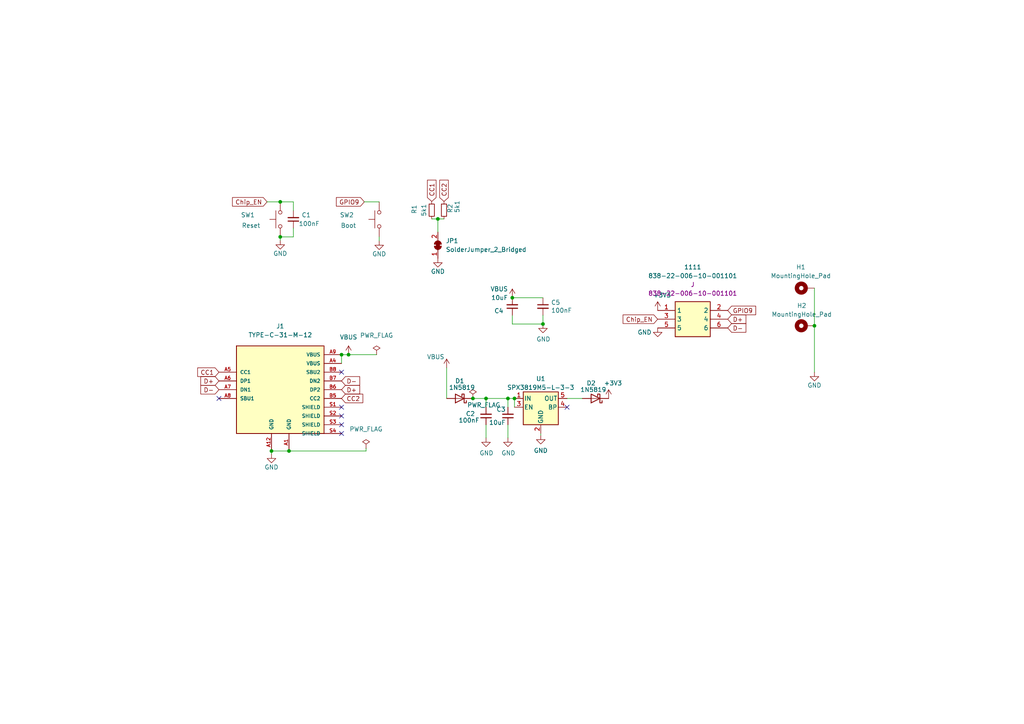
<source format=kicad_sch>
(kicad_sch (version 20211123) (generator eeschema)
  (paper "A4")
  (title_block (title "ConnectotBoard") (rev "V1.0"))
  (lib_symbols
    (symbol "838-22-006-10-001101:838-22-006-10-001101"
      (property "Value" "838-22-006-10-001101" (at 0 0 0))
      (property "Reference_1" "J" (at 16.51 7.62 0))
      (property "Value_1" "838-22-006-10-001101" (at 16.51 5.08 0))
      (symbol "838-22-006-10-001101_1_1"
        (rectangle (start 5.08 2.54) (end 15.24 -7.62) (stroke (width 0.254)) (fill (type background)))
        (pin passive line (at 0 0 0) (length 5.08) (name "1") (number "1"))
        (pin passive line (at 20.32 0 180) (length 5.08) (name "2") (number "2"))
        (pin passive line (at 0 -2.54 0) (length 5.08) (name "3") (number "3"))
        (pin passive line (at 20.32 -2.54 180) (length 5.08) (name "4") (number "4"))
        (pin passive line (at 0 -5.08 0) (length 5.08) (name "5") (number "5"))
        (pin passive line (at 20.32 -5.08 180) (length 5.08) (name "6") (number "6"))
      )
    )
    (symbol "Device:C_Small" (pin_numbers hide) (pin_names (offset 0.254) hide)
      (property "Reference" "C" (at 0.254 1.778 0))
      (property "Value" "C_Small" (at 0.254 -2.032 0))
      (symbol "C_Small_0_1"
        (polyline (pts (xy -1.524 -0.508) (xy 1.524 -0.508)) (stroke (width 0.3302)))
        (polyline (pts (xy -1.524 0.508) (xy 1.524 0.508)) (stroke (width 0.3048)))
      )
      (symbol "C_Small_1_1"
        (pin passive line (at 0 2.54 270) (length 2.032) (name "~") (number "1"))
        (pin passive line (at 0 -2.54 90) (length 2.032) (name "~") (number "2"))
      )
    )
    (symbol "Device:R_Small" (pin_numbers hide) (pin_names (offset 0.254) hide)
      (property "Reference" "R" (at 0.762 0.508 0))
      (property "Value" "R_Small" (at 0.762 -1.016 0))
      (symbol "R_Small_0_1"
        (rectangle (start -0.762 1.778) (end 0.762 -1.778) (stroke (width 0.2032)))
      )
      (symbol "R_Small_1_1"
        (pin passive line (at 0 2.54 270) (length 0.762) (name "~") (number "1"))
        (pin passive line (at 0 -2.54 90) (length 0.762) (name "~") (number "2"))
      )
    )
    (symbol "Diode:1N5819" (pin_numbers hide) (pin_names (offset 1.016) hide)
      (property "Reference" "D" (at 0 2.54 0))
      (property "Value" "1N5819" (at 0 -2.54 0))
      (symbol "1N5819_0_1"
        (polyline (pts (xy 1.27 0) (xy -1.27 0)))
        (polyline (pts (xy 1.27 1.27) (xy 1.27 -1.27) (xy -1.27 0) (xy 1.27 1.27)) (stroke (width 0.254)))
        (polyline (pts (xy -1.905 0.635) (xy -1.905 1.27) (xy -1.27 1.27) (xy -1.27 -1.27) (xy -0.635 -1.27) (xy -0.635 -0.635)) (stroke (width 0.254)))
      )
      (symbol "1N5819_1_1"
        (pin passive line (at -3.81 0 0) (length 2.54) (name "K") (number "1"))
        (pin passive line (at 3.81 0 180) (length 2.54) (name "A") (number "2"))
      )
    )
    (symbol "Jumper:SolderJumper_2_Bridged" (pin_names (offset 0) hide)
      (property "Reference" "JP" (at 0 2.032 0))
      (property "Value" "SolderJumper_2_Bridged" (at 0 -2.54 0))
      (symbol "SolderJumper_2_Bridged_0_1"
        (rectangle (start -0.508 0.508) (end 0.508 -0.508) (fill (type outline)))
        (arc (start -0.254 1.016) (mid -1.27 0) (end -0.254 -1.016))
        (arc (start -0.254 1.016) (mid -1.27 0) (end -0.254 -1.016) (fill (type outline)))
        (polyline (pts (xy -0.254 1.016) (xy -0.254 -1.016)))
        (polyline (pts (xy 0.254 1.016) (xy 0.254 -1.016)))
        (arc (start 0.254 -1.016) (mid 1.27 0) (end 0.254 1.016))
        (arc (start 0.254 -1.016) (mid 1.27 0) (end 0.254 1.016) (fill (type outline)))
      )
      (symbol "SolderJumper_2_Bridged_1_1"
        (pin passive line (at -3.81 0 0) (length 2.54) (name "A") (number "1"))
        (pin passive line (at 3.81 0 180) (length 2.54) (name "B") (number "2"))
      )
    )
    (symbol "Mechanical:MountingHole_Pad" (pin_numbers hide) (pin_names (offset 1.016) hide)
      (property "Reference" "H" (at 0 6.35 0))
      (property "Value" "MountingHole_Pad" (at 0 4.445 0))
      (symbol "MountingHole_Pad_0_1"
        (circle (center 0 1.27) (radius 1.27) (stroke (width 1.27)))
      )
      (symbol "MountingHole_Pad_1_1"
        (pin input line (at 0 -2.54 90) (length 2.54) (name "1") (number "1"))
      )
    )
    (symbol "Regulator_Linear:SPX3819M5-L-3-3" (pin_names (offset 0.254))
      (property "Reference" "U" (at -3.81 5.715 0))
      (property "Value" "SPX3819M5-L-3-3" (at 0 5.715 0))
      (symbol "SPX3819M5-L-3-3_0_1"
        (rectangle (start -5.08 4.445) (end 5.08 -5.08) (stroke (width 0.254)) (fill (type background)))
      )
      (symbol "SPX3819M5-L-3-3_1_1"
        (pin power_in line (at -7.62 2.54 0) (length 2.54) (name "IN") (number "1"))
        (pin power_in line (at 0 -7.62 90) (length 2.54) (name "GND") (number "2"))
        (pin input line (at -7.62 0 0) (length 2.54) (name "EN") (number "3"))
        (pin input line (at 7.62 0 180) (length 2.54) (name "BP") (number "4"))
        (pin power_out line (at 7.62 2.54 180) (length 2.54) (name "OUT") (number "5"))
      )
    )
    (symbol "Switch:SW_Push" (pin_numbers hide) (pin_names (offset 1.016) hide)
      (property "Reference" "SW" (at 1.27 2.54 0))
      (property "Value" "SW_Push" (at 0 -1.524 0))
      (symbol "SW_Push_0_1"
        (circle (center -2.032 0) (radius 0.508))
        (polyline (pts (xy 0 1.27) (xy 0 3.048)))
        (polyline (pts (xy 2.54 1.27) (xy -2.54 1.27)))
        (circle (center 2.032 0) (radius 0.508))
        (pin passive line (at -5.08 0 0) (length 2.54) (name "1") (number "1"))
        (pin passive line (at 5.08 0 180) (length 2.54) (name "2") (number "2"))
      )
    )
    (symbol "TYPE-C-31-M-12:TYPE-C-31-M-12" (pin_names (offset 1.016))
      (property "Reference" "J" (at -12.7 13.462 0))
      (property "Value" "TYPE-C-31-M-12" (at -5.08 15.24 0))
      (symbol "TYPE-C-31-M-12_0_0"
        (rectangle (start -12.7 -12.7) (end 12.7 12.7) (stroke (width 0.254)) (fill (type background)))
        (pin power_in line (at 2.54 -17.78 90) (length 5.08) (name "GND") (number "A1"))
        (pin power_in line (at -2.54 -17.78 90) (length 5.08) (name "GND") (number "A12"))
        (pin power_in line (at 17.78 7.62 180) (length 5.08) (name "VBUS") (number "A4"))
        (pin bidirectional line (at -17.78 5.08 0) (length 5.08) (name "CC1") (number "A5"))
        (pin bidirectional line (at -17.78 2.54 0) (length 5.08) (name "DP1") (number "A6"))
        (pin bidirectional line (at -17.78 0 0) (length 5.08) (name "DN1") (number "A7"))
        (pin bidirectional line (at -17.78 -2.54 0) (length 5.08) (name "SBU1") (number "A8"))
        (pin power_in line (at 17.78 10.16 180) (length 5.08) (name "VBUS") (number "A9"))
        (pin bidirectional line (at 17.78 -2.54 180) (length 5.08) (name "CC2") (number "B5"))
        (pin bidirectional line (at 17.78 0 180) (length 5.08) (name "DP2") (number "B6"))
        (pin bidirectional line (at 17.78 2.54 180) (length 5.08) (name "DN2") (number "B7"))
        (pin bidirectional line (at 17.78 5.08 180) (length 5.08) (name "SBU2") (number "B8"))
        (pin passive line (at 17.78 -5.08 180) (length 5.08) (name "SHIELD") (number "S1"))
        (pin passive line (at 17.78 -7.62 180) (length 5.08) (name "SHIELD") (number "S2"))
        (pin passive line (at 17.78 -10.16 180) (length 5.08) (name "SHIELD") (number "S3"))
        (pin passive line (at 17.78 -12.7 180) (length 5.08) (name "SHIELD") (number "S4"))
      )
    )
    (symbol "power:+3V3" (power) (pin_names (offset 0))
      (property "Value" "+3V3" (at 0 3.556 0))
      (symbol "+3V3_0_1"
        (polyline (pts (xy -0.762 1.27) (xy 0 2.54)))
        (polyline (pts (xy 0 0) (xy 0 2.54)))
        (polyline (pts (xy 0 2.54) (xy 0.762 1.27)))
      )
      (symbol "+3V3_1_1"
        (pin power_in line (at 0 0 90) (length 0) hide (name "+3V3") (number "1"))
      )
    )
    (symbol "power:GND" (power) (pin_names (offset 0))
      (property "Value" "GND" (at 0 -3.81 0))
      (symbol "GND_0_1"
        (polyline (pts (xy 0 0) (xy 0 -1.27) (xy 1.27 -1.27) (xy 0 -2.54) (xy -1.27 -1.27) (xy 0 -1.27)))
      )
      (symbol "GND_1_1"
        (pin power_in line (at 0 0 270) (length 0) hide (name "GND") (number "1"))
      )
    )
    (symbol "power:PWR_FLAG" (power) (pin_numbers hide) (pin_names (offset 0) hide)
      (property "Value" "PWR_FLAG" (at 0 3.81 0))
      (symbol "PWR_FLAG_0_0"
        (pin power_out line (at 0 0 90) (length 0) (name "pwr") (number "1"))
      )
      (symbol "PWR_FLAG_0_1"
        (polyline (pts (xy 0 0) (xy 0 1.27) (xy -1.016 1.905) (xy 0 2.54) (xy 1.016 1.905) (xy 0 1.27)))
      )
    )
    (symbol "power:VBUS" (power) (pin_names (offset 0))
      (property "Value" "VBUS" (at 0 3.81 0))
      (symbol "VBUS_0_1"
        (polyline (pts (xy -0.762 1.27) (xy 0 2.54)))
        (polyline (pts (xy 0 0) (xy 0 2.54)))
        (polyline (pts (xy 0 2.54) (xy 0.762 1.27)))
      )
      (symbol "VBUS_1_1"
        (pin power_in line (at 0 0 90) (length 0) hide (name "VBUS") (number "1"))
      )
    )
  )
  (junction (at 127 63.5))
  (junction (at 236.22 94.488))
  (junction (at 101.092 102.87))
  (junction (at 81.28 68.707))
  (junction (at 78.74 130.81))
  (junction (at 148.59 86.36))
  (junction (at 157.48 93.98))
  (junction (at 137.16 115.57))
  (junction (at 99.06 102.87))
  (junction (at 149.225 115.57))
  (junction (at 83.82 130.81))
  (junction (at 140.97 115.57))
  (junction (at 81.28 58.547))
  (junction (at 147.32 115.57))
  (no_connect (at 99.06 107.95))
  (no_connect (at 99.06 123.19))
  (no_connect (at 99.06 120.65))
  (no_connect (at 63.5 115.57))
  (no_connect (at 99.06 125.73))
  (no_connect (at 99.06 118.11))
  (no_connect (at 164.465 118.11))
  (wire (pts (xy 77.47 58.547) (xy 81.28 58.547)))
  (wire (pts (xy 164.465 115.57) (xy 168.91 115.57)))
  (wire (pts (xy 105.664 58.547) (xy 109.982 58.547)))
  (wire (pts (xy 140.97 127) (xy 140.97 123.19)))
  (wire (pts (xy 149.225 115.57) (xy 149.225 118.11)))
  (wire (pts (xy 127 63.5) (xy 128.778 63.5)))
  (wire (pts (xy 137.16 115.57) (xy 140.97 115.57)))
  (wire (pts (xy 140.97 115.57) (xy 140.97 118.11)))
  (wire (pts (xy 83.82 130.81) (xy 106.172 130.81)))
  (wire (pts (xy 156.845 125.73) (xy 156.845 126.238)))
  (wire (pts (xy 147.32 115.57) (xy 147.32 118.11)))
  (wire (pts (xy 127 63.5) (xy 127 67.31)))
  (wire (pts (xy 85.09 58.547) (xy 85.09 61.087)))
  (wire (pts (xy 140.97 115.57) (xy 147.32 115.57)))
  (wire (pts (xy 78.74 130.81) (xy 78.74 131.699)))
  (wire (pts (xy 85.09 68.707) (xy 81.28 68.707)))
  (wire (pts (xy 148.59 93.98) (xy 157.48 93.98)))
  (wire (pts (xy 78.74 130.81) (xy 83.82 130.81)))
  (wire (pts (xy 148.59 91.44) (xy 148.59 93.98)))
  (wire (pts (xy 106.172 130.81) (xy 106.172 130.048)))
  (wire (pts (xy 148.59 86.36) (xy 157.48 86.36)))
  (wire (pts (xy 157.48 91.44) (xy 157.48 93.98)))
  (wire (pts (xy 101.092 102.87) (xy 109.22 102.87)))
  (wire (pts (xy 81.28 68.707) (xy 81.28 69.723)))
  (wire (pts (xy 109.982 68.707) (xy 109.982 69.85)))
  (wire (pts (xy 99.06 102.87) (xy 101.092 102.87)))
  (wire (pts (xy 147.32 115.57) (xy 149.225 115.57)))
  (wire (pts (xy 129.54 106.68) (xy 129.54 115.57)))
  (wire (pts (xy 236.22 94.488) (xy 236.22 107.95)))
  (wire (pts (xy 85.09 66.167) (xy 85.09 68.707)))
  (wire (pts (xy 81.28 58.547) (xy 85.09 58.547)))
  (wire (pts (xy 99.06 102.87) (xy 99.06 105.41)))
  (wire (pts (xy 125.222 63.5) (xy 127 63.5)))
  (wire (pts (xy 236.22 83.566) (xy 236.22 94.488)))
  (wire (pts (xy 147.32 123.19) (xy 147.32 127)))
  (global_label "D-" (shape input) (at 211.074 95.123 0) (property "Intersheet References" "${INTERSHEET_REFS}" (effects hide)))
  (global_label "Chip_EN" (shape input) (at 77.47 58.547 180) (property "Intersheet References" "${INTERSHEET_REFS}" (effects hide)))
  (global_label "D-" (shape input) (at 99.06 110.49 0) (property "Intersheet References" "${INTERSHEET_REFS}" (effects hide)))
  (global_label "GPIO9" (shape input) (at 211.074 90.043 0) (property "Intersheet References" "${INTERSHEET_REFS}" (effects hide)))
  (global_label "Chip_EN" (shape input) (at 190.754 92.583 180) (property "Intersheet References" "${INTERSHEET_REFS}" (effects hide)))
  (global_label "CC1" (shape input) (at 63.5 107.95 180) (property "Intersheet References" "${INTERSHEET_REFS}" (effects hide)))
  (global_label "D+" (shape input) (at 99.06 113.03 0) (property "Intersheet References" "${INTERSHEET_REFS}" (effects hide)))
  (global_label "D+" (shape input) (at 63.5 110.49 180) (property "Intersheet References" "${INTERSHEET_REFS}" (effects hide)))
  (global_label "CC2" (shape input) (at 99.06 115.57 0) (property "Intersheet References" "${INTERSHEET_REFS}" (effects hide)))
  (global_label "D+" (shape input) (at 211.074 92.583 0) (property "Intersheet References" "${INTERSHEET_REFS}" (effects hide)))
  (global_label "CC1" (shape input) (at 125.222 58.42 90) (property "Intersheet References" "${INTERSHEET_REFS}" (effects hide)))
  (global_label "GPIO9" (shape input) (at 105.664 58.547 180) (property "Intersheet References" "${INTERSHEET_REFS}" (effects hide)))
  (global_label "CC2" (shape input) (at 128.778 58.42 90) (property "Intersheet References" "${INTERSHEET_REFS}" (effects hide)))
  (global_label "D-" (shape input) (at 63.5 113.03 180) (property "Intersheet References" "${INTERSHEET_REFS}" (effects hide)))
  (symbol (lib_id "Device:C_Small") (at 140.97 120.65 180) (unit 1)
    (property "Reference" "C2" (at 137.795 120.015 0) (effects (justify left)))
    (property "Value" "100nF" (at 139.065 121.92 0) (effects (justify left)))
    (property "Footprint" "Capacitor_SMD:C_0402_1005Metric" (effects hide))
    (property "LCSC Part #" "C1525" (effects hide))
  )
  (symbol (lib_id "power:PWR_FLAG") (at 137.16 115.57 0) (unit 1)
    (property "Reference" "#FLG03" (effects hide))
    (property "Value" "PWR_FLAG" (at 140.335 117.475 0))
  )
  (symbol (lib_id "Switch:SW_Push") (at 109.982 63.627 90) (unit 1)
    (property "Reference" "SW2" (at 98.552 62.357 90) (effects (justify right)))
    (property "Value" "Boot" (at 98.806 65.405 90) (effects (justify right)))
    (property "Footprint" "Button_Switch_THT:SW_PUSH_6mm" (effects hide))
  )
  (symbol (lib_id "Switch:SW_Push") (at 81.28 63.627 90) (unit 1)
    (property "Reference" "SW1" (at 69.85 62.357 90) (effects (justify right)))
    (property "Value" "Reset" (at 70.104 65.405 90) (effects (justify right)))
    (property "Footprint" "Button_Switch_THT:SW_PUSH_6mm" (effects hide))
  )
  (symbol (lib_id "Device:C_Small") (at 148.59 88.9 180) (unit 1)
    (property "Reference" "C4" (at 146.05 90.17 0) (effects (justify left)))
    (property "Value" "10uF" (at 147.32 86.36 0) (effects (justify left)))
    (property "Footprint" "Capacitor_SMD:C_0402_1005Metric" (effects hide))
    (property "LCSC Part #" "C15525" (effects hide))
  )
  (symbol (lib_id "power:GND") (at 127 74.93 0) (unit 1)
    (property "Reference" "#PWR06" (effects hide))
    (property "Value" "GND" (at 127 78.74 0))
  )
  (symbol (lib_id "Device:C_Small") (at 157.48 88.9 0) (unit 1)
    (property "Reference" "C5" (at 159.8168 87.7316 0) (effects (justify left)))
    (property "Value" "100nF" (at 159.8168 90.043 0) (effects (justify left)))
    (property "Footprint" "Capacitor_SMD:C_0402_1005Metric" (effects hide))
    (property "LCSC Part #" "C1525" (effects hide))
  )
  (symbol (lib_id "power:+3V3") (at 190.754 90.043 0) (unit 1)
    (property "Reference" "#PWR014" (effects hide))
    (property "Value" "+3V3" (at 192.024 85.598 0))
  )
  (symbol (lib_id "power:GND") (at 109.982 69.85 0) (unit 1)
    (property "Reference" "#PWR04" (effects hide))
    (property "Value" "GND" (at 109.982 73.66 0))
  )
  (symbol (lib_id "power:GND") (at 81.28 69.723 0) (unit 1)
    (property "Reference" "#PWR02" (effects hide))
    (property "Value" "GND" (at 81.28 73.533 0))
  )
  (symbol (lib_id "power:GND") (at 147.32 127 0) (unit 1)
    (property "Reference" "#PWR08" (effects hide))
    (property "Value" "GND" (at 147.447 131.3942 0))
  )
  (symbol (lib_id "power:VBUS") (at 129.54 106.68 0) (unit 1)
    (property "Reference" "#PWR05" (effects hide))
    (property "Value" "VBUS" (at 126.365 103.505 0))
  )
  (symbol (lib_id "Device:C_Small") (at 85.09 63.627 180) (unit 1)
    (property "Reference" "C1" (at 90.17 62.357 0) (effects (justify left)))
    (property "Value" "100nF" (at 92.71 64.897 0) (effects (justify left)))
    (property "Footprint" "Capacitor_SMD:C_0402_1005Metric" (effects hide))
    (property "LCSC Part #" "C1525" (effects hide))
  )
  (symbol (lib_id "power:GND") (at 140.97 127 0) (unit 1)
    (property "Reference" "#PWR07" (effects hide))
    (property "Value" "GND" (at 141.097 131.3942 0))
  )
  (symbol (lib_id "power:VBUS") (at 101.092 102.87 0) (unit 1)
    (property "Reference" "#PWR03" (effects hide))
    (property "Value" "VBUS" (at 101.092 97.79 0))
  )
  (symbol (lib_id "power:GND") (at 190.754 95.123 0) (unit 1)
    (property "Reference" "#PWR015" (effects hide))
    (property "Value" "GND" (at 186.944 96.393 0))
  )
  (symbol (lib_id "838-22-006-10-001101:838-22-006-10-001101") (at 190.754 90.043 0) (unit 1)
    (property "Reference" "1111" (at 200.914 77.47 0))
    (property "Value" "838-22-006-10-001101" (at 200.914 80.01 0))
    (property "Footprint" "SixPinTH:HDRV6W56P200_2X3_600X400X749P" (effects hide))
    (property "Reference_1" "J" (at 200.914 82.55 0))
    (property "Value_1" "838-22-006-10-001101" (at 200.914 85.09 0))
    (property "Footprint_1" "HDRV6W56P200_2X3_600X400X749P" (effects hide))
    (property "Datasheet_1" "https://www.mill-max.com/products/datasheet/sockets/838-22-006-10-001101" (effects hide))
    (property "Height" "7.49" (effects hide))
    (property "Mouser Part Number" "575-8382200610001101" (effects hide))
    (property "Mouser Price/Stock" "https://www.mouser.co.uk/ProductDetail/Mill-Max/838-22-006-10-001101?qs=rcV84j27mGu7T787UZaaSA%3D%3D" (effects hide))
    (property "Manufacturer_Name" "Mill-Max" (effects hide))
    (property "Manufacturer_Part_Number" "838-22-006-10-001101" (effects hide))
  )
  (symbol (lib_id "Mechanical:MountingHole_Pad") (at 233.68 83.566 90) (unit 1)
    (property "Reference" "H1" (at 232.283 77.47 90))
    (property "Value" "MountingHole_Pad" (at 232.283 80.01 90))
    (property "Footprint" "MountingHole:MountingHole_3.5mm_Pad_Via" (effects hide))
  )
  (symbol (lib_id "power:GND") (at 236.22 107.95 0) (unit 1)
    (property "Reference" "#PWR016" (effects hide))
    (property "Value" "GND" (at 236.22 111.76 0))
  )
  (symbol (lib_id "power:PWR_FLAG") (at 106.172 130.048 0) (unit 1)
    (property "Reference" "#FLG01" (effects hide))
    (property "Value" "PWR_FLAG" (at 106.172 124.46 0))
  )
  (symbol (lib_id "power:GND") (at 157.48 93.98 0) (unit 1)
    (property "Reference" "#PWR011" (effects hide))
    (property "Value" "GND" (at 157.607 98.3742 0))
  )
  (symbol (lib_id "Device:C_Small") (at 147.32 120.65 180) (unit 1)
    (property "Reference" "C3" (at 146.685 118.745 0) (effects (justify left)))
    (property "Value" "10uF" (at 146.685 122.555 0) (effects (justify left)))
    (property "Footprint" "Capacitor_SMD:C_0402_1005Metric" (effects hide))
    (property "LCSC Part #" "C15525" (effects hide))
  )
  (symbol (lib_id "Device:R_Small") (at 128.778 60.96 0) (unit 1)
    (property "Reference" "R2" (at 130.556 60.452 90))
    (property "Value" "5k1" (at 132.588 59.944 90))
    (property "Footprint" "Resistor_SMD:R_0402_1005Metric" (effects hide))
    (property "LCSC Part #" "C105872" (effects hide))
  )
  (symbol (lib_id "TYPE-C-31-M-12:TYPE-C-31-M-12") (at 81.28 113.03 0) (unit 1)
    (property "Reference" "J1" (at 81.28 94.615 0))
    (property "Value" "TYPE-C-31-M-12" (at 81.28 97.155 0))
    (property "Footprint" "USB-C-5A:HRO_TYPE-C-31-M-12" (effects hide))
    (property "PARTREV" "2020.12.08" (effects hide))
    (property "MANUFACTURER" "HRO Electronics Co., Ltd." (effects hide))
    (property "MAXIMUM_PACKAGE_HEIGHT" "3.26 mm" (effects hide))
    (property "SNAPEDA_PN" "TYPE-C-31-M-12" (effects hide))
    (property "STANDARD" "Manufacturer Recommendations" (effects hide))
    (property "LCSC Part #" "C165948" (effects hide))
  )
  (symbol (lib_id "power:VBUS") (at 148.59 86.36 0) (unit 1)
    (property "Reference" "#PWR09" (effects hide))
    (property "Value" "VBUS" (at 144.78 83.82 0))
  )
  (symbol (lib_id "Device:R_Small") (at 125.222 60.96 0) (unit 1)
    (property "Reference" "R1" (at 120.142 60.706 90))
    (property "Value" "5k1" (at 122.936 60.96 90))
    (property "Footprint" "Resistor_SMD:R_0402_1005Metric" (effects hide))
    (property "LCSC Part #" "C105872" (effects hide))
  )
  (symbol (lib_id "power:PWR_FLAG") (at 109.22 102.87 0) (unit 1)
    (property "Reference" "#FLG02" (effects hide))
    (property "Value" "PWR_FLAG" (at 109.22 97.282 0))
  )
  (symbol (lib_id "Diode:1N5819") (at 133.35 115.57 180) (unit 1)
    (property "Reference" "D1" (at 133.35 110.49 0))
    (property "Value" "1N5819" (at 133.985 112.395 0))
    (property "Footprint" "Diode_SMD:D_SOD-323" (effects hide))
    (property "Datasheet" "http://www.vishay.com/docs/88525/1n5817.pdf" (effects hide))
    (property "LCSC Part #" "C191023" (effects hide))
  )
  (symbol (lib_id "Regulator_Linear:SPX3819M5-L-3-3") (at 156.845 118.11 0) (unit 1)
    (property "Reference" "U1" (at 156.845 109.855 0))
    (property "Value" "SPX3819M5-L-3-3" (at 156.845 112.395 0))
    (property "Footprint" "Package_TO_SOT_SMD:SOT-23-5" (effects hide))
    (property "Datasheet" "https://www.exar.com/content/document.ashx?id=22106&languageid=1033&type=Datasheet&partnumber=SPX3819&filename=SPX3819.pdf&part=SPX3819" (effects hide))
    (property "LCSC Part #" "C9055" (effects hide))
  )
  (symbol (lib_id "power:GND") (at 78.74 131.699 0) (unit 1)
    (property "Reference" "#PWR01" (effects hide))
    (property "Value" "GND" (at 78.74 135.509 0))
  )
  (symbol (lib_id "Mechanical:MountingHole_Pad") (at 233.68 94.488 90) (unit 1)
    (property "Reference" "H2" (at 232.537 88.646 90))
    (property "Value" "MountingHole_Pad" (at 232.537 91.186 90))
    (property "Footprint" "MountingHole:MountingHole_3.5mm_Pad_Via" (effects hide))
  )
  (symbol (lib_id "power:GND") (at 156.845 126.238 0) (unit 1)
    (property "Reference" "#PWR010" (effects hide))
    (property "Value" "GND" (at 156.845 130.683 0))
  )
  (symbol (lib_id "Jumper:SolderJumper_2_Bridged") (at 127 71.12 90) (unit 1)
    (property "Reference" "JP1" (at 129.286 69.8499 90) (effects (justify right)))
    (property "Value" "SolderJumper_2_Bridged" (at 129.286 72.3899 90) (effects (justify right)))
    (property "Footprint" "Jumper:SolderJumper-2_P1.3mm_Bridged_RoundedPad1.0x1.5mm" (effects hide))
  )
  (symbol (lib_id "Diode:1N5819") (at 172.72 115.57 180) (unit 1)
    (property "Reference" "D2" (at 171.45 111.125 0))
    (property "Value" "1N5819" (at 172.085 113.03 0))
    (property "Footprint" "Diode_SMD:D_SOD-323" (effects hide))
    (property "Datasheet" "http://www.vishay.com/docs/88525/1n5817.pdf" (effects hide))
    (property "LCSC Part #" "C191023" (effects hide))
  )
  (symbol (lib_id "power:+3V3") (at 176.53 115.57 0) (unit 1)
    (property "Reference" "#PWR013" (effects hide))
    (property "Value" "+3V3" (at 177.8 111.125 0))
  )
)
</source>
